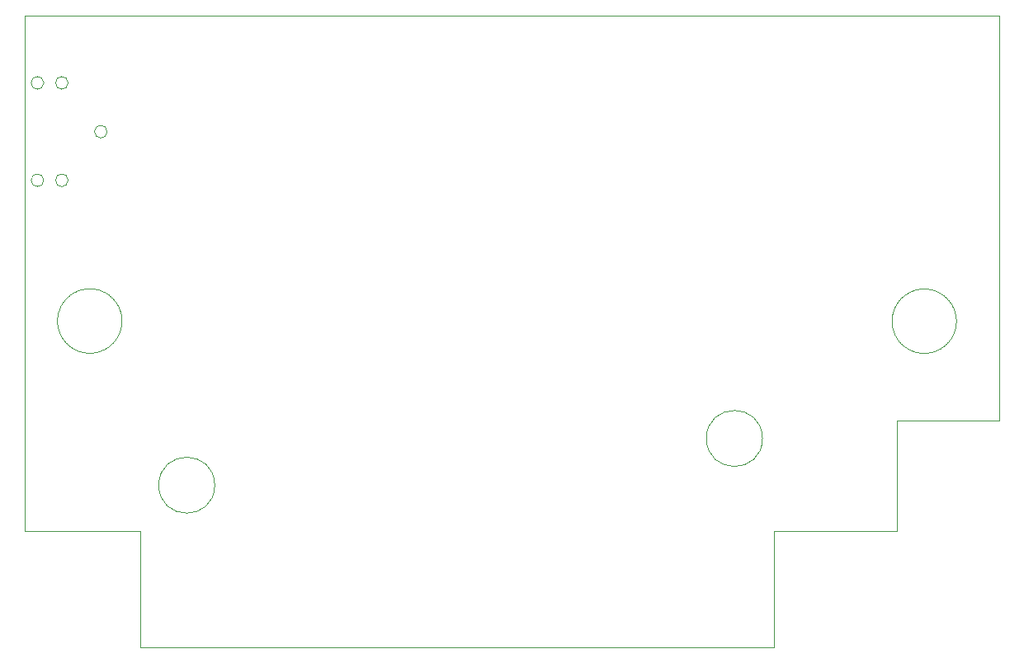
<source format=gbr>
%TF.GenerationSoftware,KiCad,Pcbnew,(6.0.5)*%
%TF.CreationDate,2022-11-15T11:28:17-03:00*%
%TF.ProjectId,MSX OPL4 Wozblaster,4d535820-4f50-44c3-9420-576f7a626c61,rev?*%
%TF.SameCoordinates,Original*%
%TF.FileFunction,Profile,NP*%
%FSLAX46Y46*%
G04 Gerber Fmt 4.6, Leading zero omitted, Abs format (unit mm)*
G04 Created by KiCad (PCBNEW (6.0.5)) date 2022-11-15 11:28:17*
%MOMM*%
%LPD*%
G01*
G04 APERTURE LIST*
%TA.AperFunction,Profile*%
%ADD10C,0.050000*%
%TD*%
%TA.AperFunction,Profile*%
%ADD11C,0.100000*%
%TD*%
G04 APERTURE END LIST*
D10*
%TO.C,IC1*%
X117962716Y-118230000D02*
G75*
G03*
X117962716Y-118230000I-2872716J0D01*
G01*
X174164456Y-113430000D02*
G75*
G03*
X174164456Y-113430000I-2874456J0D01*
G01*
D11*
X104612540Y-98068005D02*
X104532270Y-98080705D01*
X187480430Y-100711220D02*
X187465450Y-100790720D01*
X102820060Y-98942775D02*
X102762150Y-98999425D01*
X188327520Y-99078510D02*
X188272410Y-99137950D01*
X189380860Y-98336580D02*
X189307200Y-98370360D01*
X101858410Y-100690045D02*
X101843430Y-100769545D01*
X104294530Y-98131245D02*
X104216300Y-98151825D01*
X107649360Y-103428925D02*
X107700160Y-103365685D01*
X106653430Y-104246295D02*
X106724550Y-104207185D01*
X101893970Y-102136575D02*
X101914550Y-102214805D01*
X101794910Y-101334185D02*
X101795930Y-101415215D01*
X106998360Y-104033955D02*
X107063890Y-103986455D01*
X193737720Y-100017290D02*
X193703940Y-99943630D01*
X104452770Y-104572685D02*
X104532270Y-104587675D01*
X192875650Y-98854990D02*
X192813670Y-98802920D01*
X187845940Y-102983000D02*
X187886830Y-103052850D01*
X108335410Y-100690045D02*
X108318650Y-100610795D01*
X193957430Y-101999510D02*
X193972420Y-101920010D01*
X108363100Y-101818565D02*
X108374020Y-101738305D01*
X187559170Y-102313960D02*
X187583560Y-102391180D01*
X104061100Y-98198815D02*
X103984390Y-98225225D01*
X193854310Y-100319550D02*
X193827890Y-100242850D01*
X102184800Y-102890705D02*
X102223920Y-102961825D01*
X193271380Y-103450100D02*
X193322180Y-103386860D01*
X189838320Y-98173000D02*
X189760340Y-98195610D01*
X105820310Y-98112455D02*
X105741060Y-98095685D01*
X189455280Y-98304830D02*
X189380860Y-98336580D01*
X187733930Y-99943630D02*
X187700140Y-100017290D01*
X105820310Y-104555925D02*
X105899300Y-104537125D01*
X193165460Y-99137950D02*
X193110340Y-99078510D01*
X108009020Y-102890705D02*
X108046360Y-102818815D01*
X108397900Y-101253165D02*
X108394850Y-101172135D01*
X103758840Y-104352975D02*
X103833260Y-104384725D01*
X188952360Y-98565680D02*
X188884550Y-98609880D01*
X188562220Y-103855740D02*
X188624200Y-103907810D01*
X101830730Y-101818565D02*
X101843430Y-101898835D01*
X104692800Y-98057085D02*
X104612540Y-98068005D01*
X105258970Y-98036255D02*
X105177940Y-98033205D01*
X193878690Y-102313960D02*
X193901300Y-102235980D01*
X187480430Y-101999510D02*
X187497200Y-102078760D01*
X104216300Y-98151825D02*
X104138320Y-98174425D01*
X191754750Y-104490740D02*
X191831450Y-104464330D01*
X194016870Y-101517420D02*
X194019920Y-101436390D01*
X188272410Y-99137950D02*
X188218560Y-99198650D01*
X101803800Y-101091365D02*
X101798980Y-101172135D01*
X105339740Y-104627295D02*
X105420510Y-104620185D01*
X187559170Y-100396770D02*
X187536570Y-100474750D01*
X188166490Y-99260630D02*
X188115690Y-99323870D01*
X108394850Y-101496245D02*
X108397900Y-101415215D01*
X191907400Y-98274600D02*
X191831450Y-98246410D01*
X102596540Y-103490905D02*
X102650390Y-103551605D01*
X102493670Y-99302695D02*
X102444650Y-99367215D01*
X105501030Y-98057085D02*
X105420510Y-98048195D01*
X105899300Y-104537125D02*
X105977530Y-104516555D01*
X107543440Y-103551605D02*
X107597290Y-103490905D01*
X190961760Y-104648480D02*
X191042530Y-104641360D01*
X187452750Y-100870990D02*
X187441830Y-100951250D01*
X103262530Y-98588705D02*
X103195470Y-98634425D01*
X190154290Y-104608850D02*
X190234560Y-104621550D01*
D10*
X175360000Y-122940000D02*
X187955000Y-122940000D01*
D11*
X104692800Y-104611295D02*
X104773320Y-104620185D01*
X105977530Y-104516555D02*
X106055510Y-104493945D01*
X102879490Y-103780715D02*
X102940200Y-103834565D01*
X193322180Y-103386860D02*
X193371200Y-103322340D01*
X192416420Y-104187470D02*
X192485500Y-104145050D01*
X105581290Y-98068005D02*
X105501030Y-98057085D01*
X192620380Y-104055130D02*
X192685910Y-104007630D01*
X103065420Y-103937435D02*
X103129940Y-103986455D01*
X187668390Y-100091720D02*
X187638170Y-100166900D01*
X187609970Y-102467890D02*
X187638170Y-102543830D01*
X187465450Y-101920010D02*
X187480430Y-101999510D01*
X187700140Y-100017290D02*
X187668390Y-100091720D01*
X108350400Y-101898835D02*
X108363100Y-101818565D01*
X191442330Y-104577100D02*
X191521320Y-104558310D01*
X192813670Y-103907810D02*
X192875650Y-103855740D01*
X108232290Y-100298375D02*
X108205870Y-100221665D01*
X188442080Y-98963960D02*
X188384170Y-99020600D01*
X188751960Y-104007630D02*
X188817490Y-104055130D01*
X106434990Y-104352975D02*
X106508650Y-104319195D01*
X193799700Y-100166900D02*
X193769470Y-100091720D01*
D10*
X187955000Y-111579000D02*
X198460600Y-111579000D01*
D11*
X108081920Y-99922455D02*
X108046360Y-99849555D01*
X101937150Y-102292785D02*
X101961540Y-102370005D01*
X103469280Y-104207185D02*
X103540400Y-104246295D01*
X187609970Y-100242850D02*
X187583560Y-100319550D01*
X108390020Y-101577015D02*
X108394850Y-101496245D01*
X190074790Y-98116870D02*
X189995540Y-98133630D01*
X103612280Y-98384745D02*
X103540400Y-98422075D01*
X189455280Y-104405910D02*
X189530470Y-104436130D01*
X192346570Y-98482370D02*
X192275450Y-98443260D01*
X188115690Y-99323870D02*
X188066670Y-99388390D01*
X192130670Y-98370360D02*
X192057010Y-98336580D01*
X105096910Y-104636185D02*
X105177940Y-104635175D01*
X194012040Y-101598190D02*
X194016870Y-101517420D01*
X104934860Y-104632125D02*
X105015890Y-104635175D01*
X102820060Y-103725595D02*
X102879490Y-103780715D01*
X193769470Y-102619020D02*
X193799700Y-102543830D01*
X193371200Y-103322340D02*
X193418700Y-103256810D01*
X190395340Y-98069370D02*
X190314820Y-98078260D01*
X108279280Y-102214805D02*
X108299850Y-102136575D01*
X187441830Y-100951250D02*
X187432940Y-101031770D01*
X102544470Y-99239455D02*
X102493670Y-99302695D01*
X192813670Y-98802920D02*
X192750430Y-98752120D01*
X101961540Y-102370005D02*
X101987950Y-102446705D01*
X193921870Y-100552980D02*
X193901300Y-100474750D01*
X193901300Y-102235980D02*
X193921870Y-102157750D01*
X188624200Y-103907810D02*
X188687440Y-103958610D01*
X187432940Y-101678960D02*
X187441830Y-101759480D01*
X106360560Y-98283645D02*
X106285380Y-98253425D01*
D10*
X175360000Y-134840000D02*
X175360000Y-122940000D01*
D11*
X188501510Y-103801890D02*
X188562220Y-103855740D01*
X107842400Y-103168575D02*
X107886600Y-103100755D01*
X107253630Y-98833815D02*
X107191650Y-98781745D01*
X188218560Y-99198650D02*
X188166490Y-99260630D01*
X188384170Y-103690130D02*
X188442080Y-103746780D01*
X101819810Y-100930075D02*
X101810920Y-101010595D01*
X192416420Y-98523270D02*
X192346570Y-98482370D01*
X108299850Y-102136575D02*
X108318650Y-102057585D01*
X101798980Y-101172135D02*
X101795930Y-101253165D01*
X104612540Y-104600375D02*
X104692800Y-104611295D01*
X187806820Y-99798850D02*
X187769490Y-99870740D01*
X107649360Y-99239455D02*
X107597290Y-99177475D01*
X188501510Y-98908840D02*
X188442080Y-98963960D01*
X193110340Y-103632220D02*
X193165460Y-103572790D01*
X107796680Y-99432745D02*
X107749180Y-99367215D01*
X103833260Y-98283645D02*
X103758840Y-98315395D01*
X187769490Y-99870740D02*
X187733930Y-99943630D01*
X191982580Y-98304830D02*
X191907400Y-98274600D01*
X107191650Y-98781745D02*
X107128410Y-98730945D01*
X102223920Y-102961825D02*
X102264810Y-103031675D01*
X188687440Y-98752120D02*
X188624200Y-98802920D01*
X193957430Y-100711220D02*
X193940670Y-100631970D01*
X107128410Y-98730945D02*
X107063890Y-98681925D01*
X187515990Y-102157750D02*
X187536570Y-102235980D01*
X102264810Y-103031675D02*
X102307230Y-103100755D01*
X101914550Y-100453575D02*
X101893970Y-100531805D01*
D10*
X98455000Y-122930000D02*
X110360000Y-122930000D01*
D11*
X102650390Y-99116765D02*
X102596540Y-99177475D01*
X194012040Y-101112540D02*
X194004930Y-101031770D01*
X103685180Y-98349185D02*
X103612280Y-98384745D01*
X106209430Y-104443145D02*
X106285380Y-104414955D01*
X187886830Y-99657880D02*
X187845940Y-99727730D01*
X108397900Y-101415215D02*
X108398910Y-101334185D01*
X105177940Y-104635175D02*
X105258970Y-104632125D01*
X103129940Y-103986455D02*
X103195470Y-104033955D01*
X108205870Y-100221665D02*
X108177680Y-100145725D01*
X103399430Y-104166285D02*
X103469280Y-104207185D01*
X102444650Y-99367215D02*
X102397150Y-99432745D01*
X191042530Y-98069370D02*
X190961760Y-98062260D01*
X193827890Y-102467890D02*
X193854310Y-102391180D01*
X193418700Y-99453920D02*
X193371200Y-99388390D01*
X190314820Y-104632470D02*
X190395340Y-104641360D01*
X187421000Y-101193310D02*
X187417950Y-101274340D01*
X106581540Y-104283635D02*
X106653430Y-104246295D01*
X192936350Y-103801890D02*
X192995790Y-103746780D01*
X192553320Y-98609880D02*
X192485500Y-98565680D01*
X107063890Y-98681925D02*
X106998360Y-98634425D01*
X101810920Y-101657785D02*
X101819810Y-101738305D01*
X104452770Y-98095685D02*
X104373520Y-98112455D01*
X188884550Y-98609880D02*
X188817490Y-98655600D01*
X187806820Y-102911880D02*
X187845940Y-102983000D01*
X108177680Y-102522655D02*
X108205870Y-102446705D01*
X102351430Y-103168575D02*
X102397150Y-103235635D01*
X188817490Y-104055130D02*
X188884550Y-104100850D01*
X101803800Y-101577015D02*
X101810920Y-101657785D01*
X102046370Y-102597835D02*
X102078120Y-102672265D01*
X108115700Y-102672265D02*
X108147450Y-102597835D01*
X193551030Y-103052850D02*
X193591930Y-102983000D01*
X106794400Y-104166285D02*
X106863480Y-104123875D01*
X108256670Y-102292785D02*
X108279280Y-102214805D01*
X102307230Y-103100755D02*
X102351430Y-103168575D01*
X103758840Y-98315395D02*
X103685180Y-98349185D01*
D10*
X198465000Y-70060000D02*
X98455000Y-70060000D01*
D11*
X193053700Y-103690130D02*
X193110340Y-103632220D01*
X107373770Y-103725595D02*
X107431680Y-103668955D01*
X191042530Y-104641360D02*
X191123050Y-104632470D01*
X187973450Y-103189750D02*
X188019170Y-103256810D01*
X108374020Y-101738305D02*
X108382910Y-101657785D01*
X188115690Y-103386860D02*
X188166490Y-103450100D01*
X106863480Y-104123875D02*
X106931300Y-104079675D01*
X189683120Y-104490740D02*
X189760340Y-104515130D01*
X190637910Y-98054380D02*
X190556880Y-98057430D01*
X191283580Y-104608850D02*
X191363080Y-104593870D01*
X191982580Y-104405910D02*
X192057010Y-104374160D01*
X104934860Y-98036255D02*
X104854090Y-98041075D01*
X193371200Y-99388390D02*
X193322180Y-99323870D01*
X190476110Y-98062260D02*
X190395340Y-98069370D01*
X194020930Y-101355370D02*
X194019920Y-101274340D01*
X108279280Y-100453575D02*
X108256670Y-100375595D01*
X101893970Y-100531805D02*
X101875180Y-100610795D01*
X190556880Y-104653300D02*
X190637910Y-104656350D01*
X101858410Y-101978335D02*
X101875180Y-102057585D01*
X102111910Y-102745925D02*
X102147470Y-102818815D01*
X107431680Y-98999425D02*
X107373770Y-98942775D01*
X190718930Y-104657370D02*
X190799960Y-104656350D01*
X106508650Y-98349185D02*
X106434990Y-98315395D01*
X193901300Y-100474750D02*
X193878690Y-100396770D01*
X187929250Y-103121940D02*
X187973450Y-103189750D01*
X106055510Y-104493945D02*
X106132730Y-104469565D01*
X193668380Y-102840000D02*
X193703940Y-102767100D01*
X189606410Y-98246410D02*
X189530470Y-98274600D01*
X193799700Y-102543830D02*
X193827890Y-102467890D01*
X105096910Y-98032185D02*
X105015890Y-98033205D01*
X191363080Y-104593870D02*
X191442330Y-104577100D01*
X189995540Y-98133630D02*
X189916550Y-98152430D01*
D10*
X110360000Y-122930000D02*
X110360000Y-134840000D01*
D11*
X188817490Y-98655600D02*
X188751960Y-98703100D01*
D10*
X198460600Y-111579000D02*
X198465000Y-70060000D01*
D11*
X108363100Y-100849815D02*
X108350400Y-100769545D01*
X105420510Y-98048195D02*
X105339740Y-98041075D01*
X191754750Y-98219990D02*
X191677530Y-98195610D01*
X106794400Y-98502085D02*
X106724550Y-98461195D01*
X193165460Y-103572790D02*
X193219310Y-103512080D01*
X103540400Y-98422075D02*
X103469280Y-98461195D01*
X191203310Y-98089180D02*
X191123050Y-98078260D01*
X193631040Y-99798850D02*
X193591930Y-99727730D01*
X108394850Y-101172135D02*
X108390020Y-101091365D01*
X189760340Y-98195610D02*
X189683120Y-98219990D01*
X187769490Y-102840000D02*
X187806820Y-102911880D01*
X105258970Y-104632125D02*
X105339740Y-104627295D01*
X190799960Y-98054380D02*
X190718930Y-98053370D01*
X107488320Y-103611045D02*
X107543440Y-103551605D01*
X192995790Y-103746780D02*
X193053700Y-103690130D01*
X187421000Y-101517420D02*
X187425820Y-101598190D01*
X107431680Y-103668955D02*
X107488320Y-103611045D01*
X192875650Y-103855740D02*
X192936350Y-103801890D01*
X193737720Y-102693440D02*
X193769470Y-102619020D01*
X193508620Y-99588800D02*
X193464420Y-99520980D01*
X187536570Y-102235980D02*
X187559170Y-102313960D01*
X102264810Y-99636705D02*
X102223920Y-99706555D01*
X107969910Y-102961825D02*
X108009020Y-102890705D01*
X102544470Y-103428925D02*
X102596540Y-103490905D01*
X193418700Y-103256810D02*
X193464420Y-103189750D01*
X107063890Y-103986455D02*
X107128410Y-103937435D01*
X187668390Y-102619020D02*
X187700140Y-102693440D01*
X187583560Y-102391180D02*
X187609970Y-102467890D01*
X193985120Y-101839740D02*
X193996040Y-101759480D01*
X187638170Y-100166900D02*
X187609970Y-100242850D01*
X103612280Y-104283635D02*
X103685180Y-104319195D01*
X187497200Y-102078760D02*
X187515990Y-102157750D01*
X107749180Y-103301165D02*
X107796680Y-103235635D01*
D10*
X98455000Y-70060000D02*
X98455000Y-122930000D01*
D11*
X187416930Y-101355370D02*
X187417950Y-101436390D01*
X106653430Y-98422075D02*
X106581540Y-98384745D01*
X107749180Y-99367215D02*
X107700160Y-99302695D01*
X108177680Y-100145725D02*
X108147450Y-100070535D01*
X190637910Y-104656350D02*
X190718930Y-104657370D01*
X107929010Y-99636705D02*
X107886600Y-99567615D01*
X103540400Y-104246295D02*
X103612280Y-104283635D01*
X107191650Y-103886635D02*
X107253630Y-103834565D01*
X103984390Y-98225225D02*
X103908450Y-98253425D01*
X191283580Y-98101880D02*
X191203310Y-98089180D01*
X101843430Y-100769545D02*
X101830730Y-100849815D01*
X105899300Y-98131245D02*
X105820310Y-98112455D01*
X108147450Y-102597835D02*
X108177680Y-102522655D01*
X106931300Y-98588705D02*
X106863480Y-98544505D01*
X189234300Y-98405920D02*
X189162420Y-98443260D01*
X191521320Y-104558310D02*
X191599550Y-104537730D01*
X189606410Y-104464330D02*
X189683120Y-104490740D01*
X106055510Y-98174425D02*
X105977530Y-98151825D01*
X102016150Y-102522655D02*
X102046370Y-102597835D01*
X194004930Y-101031770D02*
X193996040Y-100951250D01*
X190880990Y-104653300D02*
X190961760Y-104648480D01*
X105741060Y-104572685D02*
X105820310Y-104555925D01*
X193972420Y-100790720D02*
X193957430Y-100711220D01*
X102351430Y-99499805D02*
X102307230Y-99567615D01*
X104061100Y-104469565D02*
X104138320Y-104493945D01*
X187700140Y-102693440D02*
X187733930Y-102767100D01*
X187515990Y-100552980D02*
X187497200Y-100631970D01*
X103065420Y-98730945D02*
X103002180Y-98781745D01*
X101798980Y-101496245D02*
X101803800Y-101577015D01*
X108299850Y-100531805D02*
X108279280Y-100453575D01*
X187536570Y-100474750D02*
X187515990Y-100552980D01*
X106508650Y-104319195D02*
X106581540Y-104283635D01*
X108398910Y-101334185D02*
X108397900Y-101253165D01*
X108081920Y-102745925D02*
X108115700Y-102672265D01*
X103195470Y-104033955D02*
X103262530Y-104079675D01*
X188751960Y-98703100D02*
X188687440Y-98752120D01*
X104854090Y-104627295D02*
X104934860Y-104632125D01*
X187432940Y-101031770D02*
X187425820Y-101112540D01*
X187583560Y-100319550D02*
X187559170Y-100396770D01*
X193464420Y-99520980D02*
X193418700Y-99453920D01*
X105177940Y-98033205D02*
X105096910Y-98032185D01*
X102705500Y-99057335D02*
X102650390Y-99116765D01*
X187465450Y-100790720D02*
X187452750Y-100870990D01*
X194019920Y-101436390D02*
X194020930Y-101355370D01*
X101914550Y-102214805D02*
X101937150Y-102292785D01*
X191677530Y-104515130D02*
X191754750Y-104490740D01*
X106863480Y-98544505D02*
X106794400Y-98502085D01*
X103002180Y-98781745D02*
X102940200Y-98833815D01*
X193271380Y-99260630D02*
X193219310Y-99198650D01*
X105015890Y-104635175D02*
X105096910Y-104636185D01*
X102762150Y-103668955D02*
X102820060Y-103725595D01*
X187452750Y-101839740D02*
X187465450Y-101920010D01*
X187417950Y-101436390D02*
X187421000Y-101517420D01*
X103195470Y-98634425D02*
X103129940Y-98681925D01*
X106132730Y-104469565D02*
X106209430Y-104443145D01*
X101937150Y-100375595D02*
X101914550Y-100453575D01*
X108147450Y-100070535D02*
X108115700Y-99996115D01*
X192685910Y-104007630D02*
X192750430Y-103958610D01*
X189162420Y-98443260D02*
X189091300Y-98482370D01*
X106581540Y-98384745D02*
X106508650Y-98349185D01*
X189307200Y-98370360D02*
X189234300Y-98405920D01*
X105661560Y-98080705D02*
X105581290Y-98068005D01*
X108390020Y-101091365D02*
X108382910Y-101010595D01*
X187638170Y-102543830D02*
X187668390Y-102619020D01*
X193827890Y-100242850D02*
X193799700Y-100166900D01*
X102705500Y-103611045D02*
X102762150Y-103668955D01*
X108374020Y-100930075D02*
X108363100Y-100849815D01*
X188687440Y-103958610D02*
X188751960Y-104007630D01*
X190314820Y-98078260D02*
X190234560Y-98089180D01*
D10*
X110360000Y-134840000D02*
X175360000Y-134840000D01*
D11*
X189995540Y-104577100D02*
X190074790Y-104593870D01*
X193703940Y-99943630D02*
X193668380Y-99870740D01*
X193940670Y-100631970D02*
X193921870Y-100552980D01*
X104373520Y-104555925D02*
X104452770Y-104572685D01*
X189162420Y-104267480D02*
X189234300Y-104304810D01*
X104532270Y-98080705D02*
X104452770Y-98095685D01*
X105977530Y-98151825D02*
X105899300Y-98131245D01*
X103984390Y-104443145D02*
X104061100Y-104469565D01*
X107700160Y-99302695D02*
X107649360Y-99239455D01*
X104294530Y-104537125D02*
X104373520Y-104555925D01*
X101987950Y-102446705D02*
X102016150Y-102522655D01*
X108382910Y-101010595D02*
X108374020Y-100930075D01*
X102046370Y-100070535D02*
X102016150Y-100145725D01*
X101875180Y-102057585D02*
X101893970Y-102136575D01*
X191203310Y-104621550D02*
X191283580Y-104608850D01*
X192275450Y-98443260D02*
X192203560Y-98405920D01*
X189760340Y-104515130D02*
X189838320Y-104537730D01*
X187929250Y-99588800D02*
X187886830Y-99657880D01*
X102397150Y-99432745D02*
X102351430Y-99499805D01*
X101875180Y-100610795D02*
X101858410Y-100690045D01*
X193996040Y-101759480D02*
X194004930Y-101678960D01*
X194019920Y-101274340D02*
X194016870Y-101193310D01*
X103002180Y-103886635D02*
X103065420Y-103937435D01*
X107314330Y-103780715D02*
X107373770Y-103725595D01*
X192485500Y-98565680D02*
X192416420Y-98523270D01*
X103908450Y-98253425D02*
X103833260Y-98283645D01*
X192685910Y-98703100D02*
X192620380Y-98655600D01*
X193668380Y-99870740D02*
X193631040Y-99798850D01*
X192553320Y-104100850D02*
X192620380Y-104055130D01*
X102111910Y-99922455D02*
X102078120Y-99996115D01*
X193703940Y-102767100D02*
X193737720Y-102693440D01*
X187441830Y-101759480D02*
X187452750Y-101839740D01*
X192203560Y-98405920D02*
X192130670Y-98370360D01*
X108318650Y-102057585D02*
X108335410Y-101978335D01*
X191363080Y-98116870D02*
X191283580Y-98101880D01*
X193996040Y-100951250D02*
X193985120Y-100870990D01*
X193551030Y-99657880D02*
X193508620Y-99588800D01*
X102078120Y-99996115D02*
X102046370Y-100070535D01*
X108115700Y-99996115D02*
X108081920Y-99922455D01*
X189380860Y-104374160D02*
X189455280Y-104405910D01*
X101819810Y-101738305D02*
X101830730Y-101818565D01*
X104138320Y-104493945D02*
X104216300Y-104516555D01*
X107842400Y-99499805D02*
X107796680Y-99432745D01*
X191599550Y-98173000D02*
X191521320Y-98152430D01*
X107886600Y-103100755D02*
X107929010Y-103031675D01*
X102397150Y-103235635D02*
X102444650Y-103301165D01*
X107969910Y-99706555D02*
X107929010Y-99636705D01*
X107314330Y-98887665D02*
X107253630Y-98833815D01*
X102879490Y-98887665D02*
X102820060Y-98942775D01*
X187845940Y-99727730D02*
X187806820Y-99798850D01*
X187886830Y-103052850D02*
X187929250Y-103121940D01*
X192750430Y-98752120D02*
X192685910Y-98703100D01*
X102940200Y-98833815D02*
X102879490Y-98887665D01*
X188218560Y-103512080D02*
X188272410Y-103572790D01*
X191442330Y-98133630D02*
X191363080Y-98116870D01*
X102147470Y-99849555D02*
X102111910Y-99922455D01*
X188562220Y-98854990D02*
X188501510Y-98908840D01*
X101795930Y-101253165D02*
X101794910Y-101334185D01*
X188327520Y-103632220D02*
X188384170Y-103690130D01*
X192130670Y-104340370D02*
X192203560Y-104304810D01*
X102762150Y-98999425D02*
X102705500Y-99057335D01*
X102223920Y-99706555D02*
X102184800Y-99777675D01*
X103685180Y-104319195D02*
X103758840Y-104352975D01*
X188166490Y-103450100D02*
X188218560Y-103512080D01*
X192203560Y-104304810D02*
X192275450Y-104267480D01*
X189683120Y-98219990D02*
X189606410Y-98246410D01*
X105501030Y-104611295D02*
X105581290Y-104600375D01*
X101961540Y-100298375D02*
X101937150Y-100375595D01*
X107597290Y-99177475D02*
X107543440Y-99116765D01*
X108382910Y-101657785D02*
X108390020Y-101577015D01*
X103469280Y-98461195D02*
X103399430Y-98502085D01*
X105015890Y-98033205D02*
X104934860Y-98036255D01*
X193878690Y-100396770D02*
X193854310Y-100319550D01*
X107796680Y-103235635D02*
X107842400Y-103168575D01*
X188624200Y-98802920D02*
X188562220Y-98854990D01*
X187733930Y-102767100D02*
X187769490Y-102840000D01*
X191677530Y-98195610D02*
X191599550Y-98173000D01*
X192936350Y-98908840D02*
X192875650Y-98854990D01*
X102147470Y-102818815D02*
X102184800Y-102890705D01*
X188884550Y-104100850D02*
X188952360Y-104145050D01*
X104216300Y-104516555D02*
X104294530Y-104537125D01*
X102307230Y-99567615D02*
X102264810Y-99636705D01*
X106931300Y-104079675D02*
X106998360Y-104033955D01*
X193940670Y-102078760D02*
X193957430Y-101999510D01*
X189916550Y-104558310D02*
X189995540Y-104577100D01*
X187425820Y-101598190D02*
X187432940Y-101678960D01*
X193110340Y-99078510D02*
X193053700Y-99020600D01*
X107543440Y-99116765D02*
X107488320Y-99057335D01*
X188442080Y-103746780D02*
X188501510Y-103801890D01*
X191907400Y-104436130D02*
X191982580Y-104405910D01*
X190961760Y-98062260D02*
X190880990Y-98057430D01*
X102184800Y-99777675D02*
X102147470Y-99849555D01*
X193591930Y-99727730D02*
X193551030Y-99657880D01*
X192995790Y-98963960D02*
X192936350Y-98908840D01*
X188952360Y-104145050D02*
X189021450Y-104187470D01*
X106209430Y-98225225D02*
X106132730Y-98198815D01*
X102596540Y-99177475D02*
X102544470Y-99239455D01*
X108009020Y-99777675D02*
X107969910Y-99706555D01*
X104773320Y-104620185D02*
X104854090Y-104627295D01*
X104773320Y-98048195D02*
X104692800Y-98057085D01*
X187417950Y-101274340D02*
X187416930Y-101355370D01*
X107253630Y-103834565D02*
X107314330Y-103780715D01*
X191599550Y-104537730D02*
X191677530Y-104515130D01*
X106132730Y-98198815D02*
X106055510Y-98174425D01*
X103399430Y-98502085D02*
X103330340Y-98544505D01*
X108232290Y-102370005D02*
X108256670Y-102292785D01*
X107373770Y-98942775D02*
X107314330Y-98887665D01*
X108046360Y-102818815D02*
X108081920Y-102745925D01*
X193508620Y-103121940D02*
X193551030Y-103052850D01*
X103833260Y-104384725D02*
X103908450Y-104414955D01*
X188384170Y-99020600D02*
X188327520Y-99078510D01*
X103262530Y-104079675D02*
X103330340Y-104123875D01*
X106285380Y-104414955D02*
X106360560Y-104384725D01*
X193854310Y-102391180D02*
X193878690Y-102313960D01*
X193985120Y-100870990D02*
X193972420Y-100790720D01*
X187425820Y-101112540D02*
X187421000Y-101193310D01*
X191123050Y-104632470D02*
X191203310Y-104621550D01*
D10*
X187955000Y-122940000D02*
X187955000Y-111579000D01*
D11*
X193972420Y-101920010D02*
X193985120Y-101839740D01*
X105420510Y-104620185D02*
X105501030Y-104611295D01*
X106360560Y-104384725D02*
X106434990Y-104352975D01*
X102444650Y-103301165D02*
X102493670Y-103365685D01*
X106998360Y-98634425D02*
X106931300Y-98588705D01*
X106285380Y-98253425D02*
X106209430Y-98225225D01*
X191521320Y-98152430D02*
X191442330Y-98133630D01*
X189307200Y-104340370D02*
X189380860Y-104374160D01*
X101987950Y-100221665D02*
X101961540Y-100298375D01*
X191123050Y-98078260D02*
X191042530Y-98069370D01*
X189021450Y-98523270D02*
X188952360Y-98565680D01*
X105661560Y-104587675D02*
X105741060Y-104572685D01*
X107597290Y-103490905D02*
X107649360Y-103428925D01*
X108335410Y-101978335D02*
X108350400Y-101898835D01*
X102940200Y-103834565D02*
X103002180Y-103886635D01*
X101810920Y-101010595D02*
X101803800Y-101091365D01*
X104532270Y-104587675D02*
X104612540Y-104600375D01*
X192346570Y-104228360D02*
X192416420Y-104187470D01*
X188019170Y-103256810D02*
X188066670Y-103322340D01*
X191831450Y-98246410D02*
X191754750Y-98219990D01*
X102016150Y-100145725D02*
X101987950Y-100221665D01*
X108205870Y-102446705D02*
X108232290Y-102370005D01*
X194016870Y-101193310D02*
X194012040Y-101112540D01*
X101843430Y-101898835D02*
X101858410Y-101978335D01*
X102493670Y-103365685D02*
X102544470Y-103428925D01*
X190880990Y-98057430D02*
X190799960Y-98054380D01*
X191831450Y-104464330D02*
X191907400Y-104436130D01*
X190799960Y-104656350D02*
X190880990Y-104653300D01*
X192275450Y-104267480D02*
X192346570Y-104228360D01*
X103330340Y-104123875D02*
X103399430Y-104166285D01*
X104373520Y-98112455D02*
X104294530Y-98131245D01*
X189530470Y-98274600D02*
X189455280Y-98304830D01*
X188019170Y-99453920D02*
X187973450Y-99520980D01*
X108318650Y-100610795D02*
X108299850Y-100531805D01*
X107700160Y-103365685D02*
X107749180Y-103301165D01*
X107128410Y-103937435D02*
X107191650Y-103886635D01*
X193322180Y-99323870D02*
X193271380Y-99260630D01*
X103908450Y-104414955D02*
X103984390Y-104443145D01*
X188272410Y-103572790D02*
X188327520Y-103632220D01*
X187973450Y-99520980D02*
X187929250Y-99588800D01*
X101830730Y-100849815D02*
X101819810Y-100930075D01*
X189916550Y-98152430D02*
X189838320Y-98173000D01*
X190718930Y-98053370D02*
X190637910Y-98054380D01*
X105339740Y-98041075D02*
X105258970Y-98036255D01*
X189091300Y-98482370D02*
X189021450Y-98523270D01*
X190556880Y-98057430D02*
X190476110Y-98062260D01*
X104138320Y-98174425D02*
X104061100Y-98198815D01*
X190395340Y-104641360D02*
X190476110Y-104648480D01*
X106434990Y-98315395D02*
X106360560Y-98283645D01*
X192750430Y-103958610D02*
X192813670Y-103907810D01*
X193219310Y-99198650D02*
X193165460Y-99137950D01*
X192057010Y-98336580D02*
X191982580Y-98304830D01*
X193631040Y-102911880D02*
X193668380Y-102840000D01*
X189021450Y-104187470D02*
X189091300Y-104228360D01*
X103330340Y-98544505D02*
X103262530Y-98588705D01*
X107929010Y-103031675D02*
X107969910Y-102961825D01*
X194004930Y-101678960D02*
X194012040Y-101598190D01*
X190234560Y-98089180D02*
X190154290Y-98101880D01*
X193769470Y-100091720D02*
X193737720Y-100017290D01*
X188066670Y-99388390D02*
X188019170Y-99453920D01*
X105581290Y-104600375D02*
X105661560Y-104587675D01*
X187497200Y-100631970D02*
X187480430Y-100711220D01*
X192620380Y-98655600D02*
X192553320Y-98609880D01*
X192485500Y-104145050D02*
X192553320Y-104100850D01*
X106724550Y-104207185D02*
X106794400Y-104166285D01*
X188066670Y-103322340D02*
X188115690Y-103386860D01*
X189530470Y-104436130D02*
X189606410Y-104464330D01*
X192057010Y-104374160D02*
X192130670Y-104340370D01*
X108350400Y-100769545D02*
X108335410Y-100690045D01*
X101795930Y-101415215D02*
X101798980Y-101496245D01*
X190154290Y-98101880D02*
X190074790Y-98116870D01*
X193921870Y-102157750D02*
X193940670Y-102078760D01*
X190476110Y-104648480D02*
X190556880Y-104653300D01*
X193053700Y-99020600D02*
X192995790Y-98963960D01*
X104854090Y-98041075D02*
X104773320Y-98048195D01*
X107488320Y-99057335D02*
X107431680Y-98999425D01*
X193464420Y-103189750D02*
X193508620Y-103121940D01*
X189838320Y-104537730D02*
X189916550Y-104558310D01*
X108046360Y-99849555D02*
X108009020Y-99777675D01*
X189091300Y-104228360D02*
X189162420Y-104267480D01*
X102650390Y-103551605D02*
X102705500Y-103611045D01*
X190234560Y-104621550D02*
X190314820Y-104632470D01*
X106724550Y-98461195D02*
X106653430Y-98422075D01*
X102078120Y-102672265D02*
X102111910Y-102745925D01*
X190074790Y-104593870D02*
X190154290Y-104608850D01*
X103129940Y-98681925D02*
X103065420Y-98730945D01*
X107886600Y-99567615D02*
X107842400Y-99499805D01*
X189234300Y-104304810D02*
X189307200Y-104340370D01*
X193219310Y-103512080D02*
X193271380Y-103450100D01*
X108256670Y-100375595D02*
X108232290Y-100298375D01*
X105741060Y-98095685D02*
X105661560Y-98080705D01*
X193591930Y-102983000D02*
X193631040Y-102911880D01*
%TO.C,U$6*%
X100420000Y-76925000D02*
G75*
G03*
X100420000Y-76925000I-650000J0D01*
G01*
X102920000Y-86925000D02*
G75*
G03*
X102920000Y-86925000I-650000J0D01*
G01*
X100420000Y-86925000D02*
G75*
G03*
X100420000Y-86925000I-650000J0D01*
G01*
X102920000Y-76925000D02*
G75*
G03*
X102920000Y-76925000I-650000J0D01*
G01*
X106920000Y-81925000D02*
G75*
G03*
X106920000Y-81925000I-650000J0D01*
G01*
%TD*%
M02*

</source>
